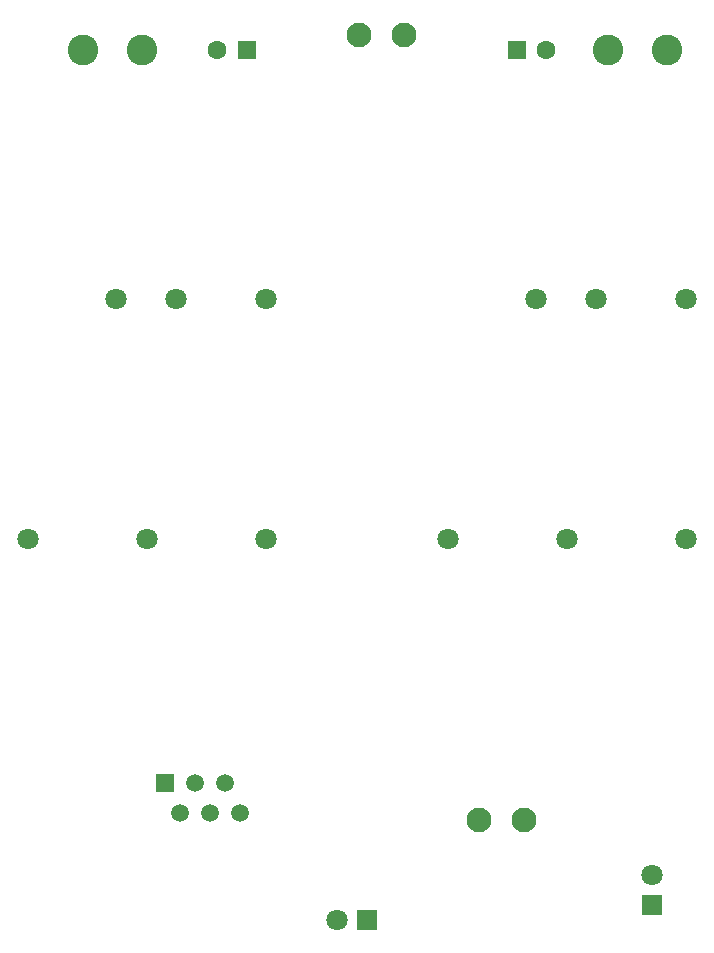
<source format=gbr>
%TF.GenerationSoftware,KiCad,Pcbnew,6.0.2+dfsg-1*%
%TF.CreationDate,2022-06-29T22:04:31+02:00*%
%TF.ProjectId,ID_BAC_Carte_Alimentation,49445f42-4143-45f4-9361-7274655f416c,rev?*%
%TF.SameCoordinates,Original*%
%TF.FileFunction,Copper,L1,Top*%
%TF.FilePolarity,Positive*%
%FSLAX46Y46*%
G04 Gerber Fmt 4.6, Leading zero omitted, Abs format (unit mm)*
G04 Created by KiCad (PCBNEW 6.0.2+dfsg-1) date 2022-06-29 22:04:31*
%MOMM*%
%LPD*%
G01*
G04 APERTURE LIST*
%TA.AperFunction,ComponentPad*%
%ADD10R,1.800000X1.800000*%
%TD*%
%TA.AperFunction,ComponentPad*%
%ADD11C,1.800000*%
%TD*%
%TA.AperFunction,ComponentPad*%
%ADD12C,2.600000*%
%TD*%
%TA.AperFunction,ComponentPad*%
%ADD13R,1.600000X1.600000*%
%TD*%
%TA.AperFunction,ComponentPad*%
%ADD14C,1.600000*%
%TD*%
%TA.AperFunction,ComponentPad*%
%ADD15R,1.520000X1.520000*%
%TD*%
%TA.AperFunction,ComponentPad*%
%ADD16C,1.520000*%
%TD*%
%TA.AperFunction,ComponentPad*%
%ADD17C,2.100000*%
%TD*%
G04 APERTURE END LIST*
D10*
%TO.P,D2,1,K*%
%TO.N,GND*%
X162560000Y-109220000D03*
D11*
%TO.P,D2,2,A*%
%TO.N,Net-(D2-Pad2)*%
X162560000Y-106680000D03*
%TD*%
D10*
%TO.P,D1,1,K*%
%TO.N,GND*%
X138430000Y-110490000D03*
D11*
%TO.P,D1,2,A*%
%TO.N,Net-(D1-Pad2)*%
X135890000Y-110490000D03*
%TD*%
D12*
%TO.P,L2,1,1*%
%TO.N,V_batt*%
X119380000Y-36830000D03*
%TO.P,L2,2,2*%
%TO.N,Net-(PS1-Pad1)*%
X114380000Y-36830000D03*
%TD*%
%TO.P,L1,1,1*%
%TO.N,V_batt*%
X158830000Y-36830000D03*
%TO.P,L1,2,2*%
%TO.N,Net-(PS2-Pad1)*%
X163830000Y-36830000D03*
%TD*%
D13*
%TO.P,C2,1*%
%TO.N,V_batt*%
X151130000Y-36830000D03*
D14*
%TO.P,C2,2*%
%TO.N,GND*%
X153630000Y-36830000D03*
%TD*%
D13*
%TO.P,C1,1*%
%TO.N,V_batt*%
X128270000Y-36830000D03*
D14*
%TO.P,C1,2*%
%TO.N,GND*%
X125770000Y-36830000D03*
%TD*%
D11*
%TO.P,PS2,1,+VIN*%
%TO.N,Net-(PS2-Pad1)*%
X152720000Y-57930000D03*
%TO.P,PS2,2,-VIN_*%
%TO.N,GND*%
X157800000Y-57930000D03*
%TO.P,PS2,3,+VOUT_*%
X145260000Y-78230000D03*
%TO.P,PS2,4,TRIM*%
%TO.N,unconnected-(PS2-Pad4)*%
X155360000Y-78230000D03*
%TO.P,PS2,5,-VOUT*%
%TO.N,+12V*%
X165460000Y-78230000D03*
%TO.P,PS2,6,REMOTE_ON/OFF*%
%TO.N,unconnected-(PS2-Pad6)*%
X165460000Y-57930000D03*
%TD*%
%TO.P,PS1,1,+VIN*%
%TO.N,Net-(PS1-Pad1)*%
X117160000Y-57930000D03*
%TO.P,PS1,2,-VIN_*%
%TO.N,GND*%
X122240000Y-57930000D03*
%TO.P,PS1,3,+VOUT_*%
%TO.N,+5V*%
X109700000Y-78230000D03*
%TO.P,PS1,4,TRIM*%
%TO.N,unconnected-(PS1-Pad4)*%
X119800000Y-78230000D03*
%TO.P,PS1,5,-VOUT*%
%TO.N,GND*%
X129900000Y-78230000D03*
%TO.P,PS1,6,REMOTE_ON/OFF*%
%TO.N,unconnected-(PS1-Pad6)*%
X129900000Y-57930000D03*
%TD*%
D15*
%TO.P,J3,1*%
%TO.N,CAN_L*%
X121290000Y-98910000D03*
D16*
%TO.P,J3,2*%
%TO.N,CAN_H*%
X122560000Y-101450000D03*
%TO.P,J3,3*%
%TO.N,unconnected-(J3-Pad3)*%
X123830000Y-98910000D03*
%TO.P,J3,4*%
%TO.N,unconnected-(J3-Pad4)*%
X125100000Y-101450000D03*
%TO.P,J3,5*%
%TO.N,GND*%
X126370000Y-98910000D03*
%TO.P,J3,6*%
%TO.N,+5V*%
X127640000Y-101450000D03*
%TD*%
D17*
%TO.P,J2,1,Pin_1*%
%TO.N,GND*%
X147955000Y-102010000D03*
%TO.P,J2,2,Pin_2*%
%TO.N,+12V*%
X151765000Y-102010000D03*
%TD*%
%TO.P,J1,1,Pin_1*%
%TO.N,V_batt*%
X141605000Y-35560000D03*
%TO.P,J1,2,Pin_2*%
%TO.N,GND*%
X137795000Y-35560000D03*
%TD*%
M02*

</source>
